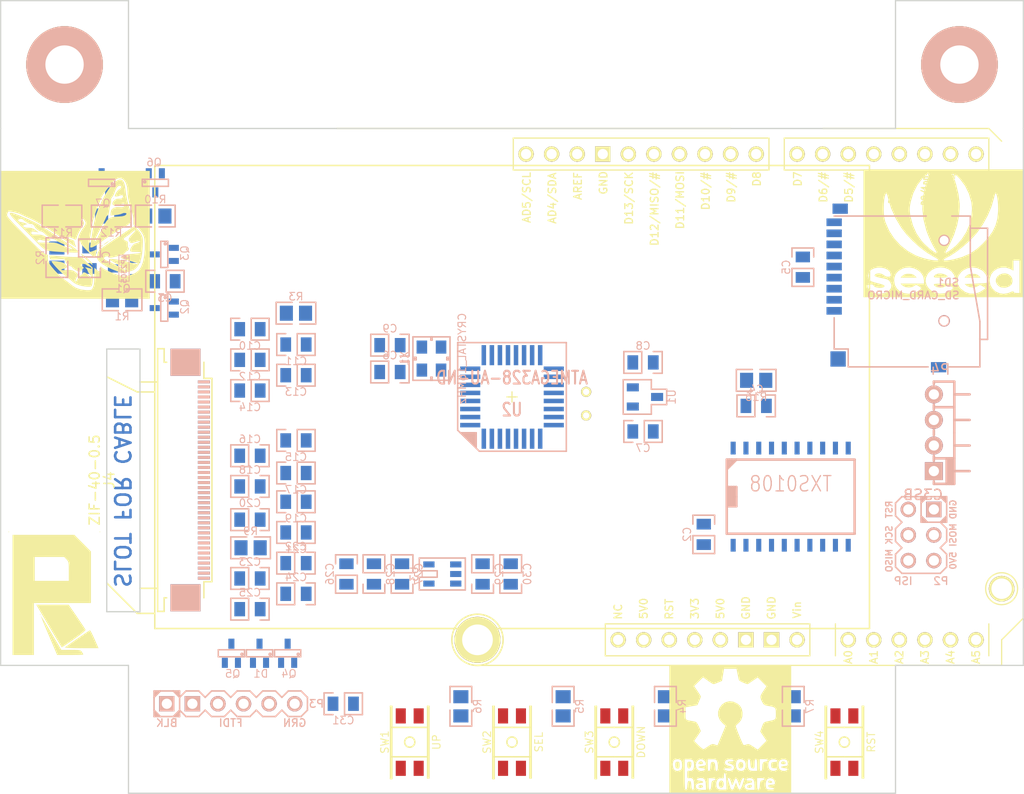
<source format=kicad_pcb>
(kicad_pcb (version 3) (host pcbnew "(2013-03-15 BZR 4003)-stable")
  (layers (15 F.Cu signal) (0 B.Cu signal) (18 B.Paste user) (19 F.Paste user) (20 B.SilkS user) (21 F.SilkS user) (22 B.Mask user) (23 F.Mask user) (28 Edge.Cuts user))
  (net 0 "")
  (net 1 +3.3V)
  (net 2 //EPD_CS)
  (net 3 //RESET)
  (net 4 /AD6)
  (net 5 /AD7)
  (net 6 /BORDER)
  (net 7 /BORDER_CONTROL)
  (net 8 /BUSY)
  (net 9 /BUSY_COG)
  (net 10 /C11M)
  (net 11 /C11P)
  (net 12 /C12M)
  (net 13 /C12P)
  (net 14 /C13M)
  (net 15 /C13P)
  (net 16 /C14M)
  (net 17 /C14P)
  (net 18 /C15M)
  (net 19 /C15P)
  (net 20 /C16M)
  (net 21 /C16P)
  (net 22 /C21M)
  (net 23 /C21P)
  (net 24 /C31M)
  (net 25 /C31P)
  (net 26 /C41M)
  (net 27 /C41P)
  (net 28 /C42M)
  (net 29 /C42P)
  (net 30 /DISCHARGE)
  (net 31 /EPD_CS_COG)
  (net 32 /FLASH_CS)
  (net 33 /FLASH_CS_COG)
  (net 34 /PANEL_ON)
  (net 35 /PWM)
  (net 36 /RESET_COG)
  (net 37 /RST)
  (net 38 /RXD)
  (net 39 /SCL)
  (net 40 /SDA)
  (net 41 /SPI_CLK)
  (net 42 /SPI_CLK_COG)
  (net 43 /SPI_MISO)
  (net 44 /SPI_MISO_COG)
  (net 45 /SPI_MOSI)
  (net 46 /SPI_MOSI_COG)
  (net 47 /TEMPERATURE)
  (net 48 /TXD)
  (net 49 /VCC5V)
  (net 50 /VCC_T)
  (net 51 /VCL)
  (net 52 /VCOM)
  (net 53 /VCOM_DRIVER)
  (net 54 /VDH)
  (net 55 /VDL)
  (net 56 /VGH)
  (net 57 /VGL)
  (net 58 GND)
  (net 59 N-0000011)
  (net 60 N-0000012)
  (net 61 N-0000017)
  (net 62 N-000003)
  (net 63 N-0000033)
  (net 64 N-0000034)
  (net 65 N-0000035)
  (net 66 N-0000037)
  (net 67 N-0000038)
  (net 68 N-000004)
  (net 69 N-000005)
  (net 70 N-0000052)
  (module SOT323 (layer B.Cu) (at 48.3235 100.3935)
    (fp_text reference Q5 (at 0.127 2.032) (layer B.SilkS) (effects (font (size 0.762 0.762) (thickness 0.09906)) (justify mirror)))
    (fp_text value 2N7002KW hide)
    (pad 2 smd rect (at -0.65024 0.94996) (size 0.59944 1.00076) (layers B.Cu B.Paste B.Mask) (net 58 GND))
    (pad 1 smd rect (at 0.65024 0.94996) (size 0.59944 1.00076) (layers B.Cu B.Paste B.Mask) (net 30 /DISCHARGE))
    (pad 3 smd rect (at 0 -0.94996) (size 0.59944 1.00076) (layers B.Cu B.Paste B.Mask) (net 54 /VDH))
  )
  (module SOT323 (layer B.Cu) (at 41.656 66.1035 90)
    (fp_text reference Q2 (at 0.127 2.032 90) (layer B.SilkS) (effects (font (size 0.762 0.762) (thickness 0.09906)) (justify mirror)))
    (fp_text value 2N7002KW hide)
    (pad 2 smd rect (at -0.65024 0.94996 90) (size 0.59944 1.00076) (layers B.Cu B.Paste B.Mask) (net 58 GND))
    (pad 1 smd rect (at 0.65024 0.94996 90) (size 0.59944 1.00076) (layers B.Cu B.Paste B.Mask) (net 34 /PANEL_ON))
    (pad 3 smd rect (at 0 -0.94996 90) (size 0.59944 1.00076) (layers B.Cu B.Paste B.Mask) (net 60 N-0000012))
  )
  (module SOT323 (layer B.Cu) (at 53.9115 100.3935)
    (fp_text reference Q4 (at 0.127 2.032) (layer B.SilkS) (effects (font (size 0.762 0.762) (thickness 0.09906)) (justify mirror)))
    (fp_text value 2N7002KW hide)
    (pad 2 smd rect (at -0.65024 0.94996) (size 0.59944 1.00076) (layers B.Cu B.Paste B.Mask) (net 58 GND))
    (pad 1 smd rect (at 0.65024 0.94996) (size 0.59944 1.00076) (layers B.Cu B.Paste B.Mask) (net 30 /DISCHARGE))
    (pad 3 smd rect (at 0 -0.94996) (size 0.59944 1.00076) (layers B.Cu B.Paste B.Mask) (net 56 /VGH))
  )
  (module SOT323 (layer B.Cu) (at 40.767 53.6575 180)
    (fp_text reference Q6 (at 0.127 2.032 180) (layer B.SilkS) (effects (font (size 0.762 0.762) (thickness 0.09906)) (justify mirror)))
    (fp_text value 2N7002KW hide)
    (pad 2 smd rect (at -0.65024 0.94996 180) (size 0.59944 1.00076) (layers B.Cu B.Paste B.Mask) (net 55 /VDL))
    (pad 1 smd rect (at 0.65024 0.94996 180) (size 0.59944 1.00076) (layers B.Cu B.Paste B.Mask) (net 70 N-0000052))
    (pad 3 smd rect (at 0 -0.94996 180) (size 0.59944 1.00076) (layers B.Cu B.Paste B.Mask) (net 6 /BORDER))
  )
  (module SOT323 (layer B.Cu) (at 51.1175 100.3935)
    (fp_text reference D1 (at 0.127 2.032) (layer B.SilkS) (effects (font (size 0.762 0.762) (thickness 0.09906)) (justify mirror)))
    (fp_text value BAT54SW hide)
    (pad 2 smd rect (at -0.65024 0.94996) (size 0.59944 1.00076) (layers B.Cu B.Paste B.Mask) (net 58 GND))
    (pad 1 smd rect (at 0.65024 0.94996) (size 0.59944 1.00076) (layers B.Cu B.Paste B.Mask) (net 57 /VGL))
    (pad 3 smd rect (at 0 -0.94996) (size 0.59944 1.00076) (layers B.Cu B.Paste B.Mask) (net 68 N-000004))
  )
  (module SOT323 (layer B.Cu) (at 35.433 53.6575)
    (fp_text reference Q7 (at 0.127 2.032) (layer B.SilkS) (effects (font (size 0.762 0.762) (thickness 0.09906)) (justify mirror)))
    (fp_text value BSS84W hide)
    (pad 2 smd rect (at -0.65024 0.94996) (size 0.59944 1.00076) (layers B.Cu B.Paste B.Mask) (net 50 /VCC_T))
    (pad 1 smd rect (at 0.65024 0.94996) (size 0.59944 1.00076) (layers B.Cu B.Paste B.Mask) (net 7 /BORDER_CONTROL))
    (pad 3 smd rect (at 0 -0.94996) (size 0.59944 1.00076) (layers B.Cu B.Paste B.Mask) (net 62 N-000003))
  )
  (module SOT323 (layer B.Cu) (at 41.656 60.7695 90)
    (fp_text reference Q3 (at 0.127 2.032 90) (layer B.SilkS) (effects (font (size 0.762 0.762) (thickness 0.09906)) (justify mirror)))
    (fp_text value BSS84W hide)
    (pad 2 smd rect (at -0.65024 0.94996 90) (size 0.59944 1.00076) (layers B.Cu B.Paste B.Mask) (net 1 +3.3V))
    (pad 1 smd rect (at 0.65024 0.94996 90) (size 0.59944 1.00076) (layers B.Cu B.Paste B.Mask) (net 34 /PANEL_ON))
    (pad 3 smd rect (at 0 -0.94996 90) (size 0.59944 1.00076) (layers B.Cu B.Paste B.Mask) (net 59 N-0000011))
  )
  (module SOT23 (layer B.Cu) (at 37.6555 62.1665 270)
    (fp_text reference Q1 (at 1.99898 0.09906 540) (layer B.SilkS) (effects (font (size 0.762 0.762) (thickness 0.11938)) (justify mirror)))
    (fp_text value AP2305 (at 0.0635 0 270) (layer B.SilkS) (effects (font (size 0.50038 0.50038) (thickness 0.09906)) (justify mirror)))
    (pad 3 smd rect (at 0 1.09982 270) (size 0.8001 1.00076) (layers B.Cu B.Paste B.Mask) (net 50 /VCC_T))
    (pad 2 smd rect (at 0.9525 -1.09982 270) (size 0.8001 1.00076) (layers B.Cu B.Paste B.Mask) (net 1 +3.3V))
    (pad 1 smd rect (at -0.9525 -1.09982 270) (size 0.8001 1.00076) (layers B.Cu B.Paste B.Mask) (net 59 N-0000011))
  )
  (module c_0805 (layer B.Cu) (at 105.0925 62.0395 270)
    (fp_text reference C5 (at 0 1.651 270) (layer B.SilkS) (effects (font (size 0.762 0.762) (thickness 0.1016)) (justify mirror)))
    (fp_text value 0.1u,16V hide)
    (pad 1 smd rect (at 1.016 0 270) (size 1.0668 1.4224) (layers B.Cu B.Paste B.Mask) (net 1 +3.3V))
    (pad 2 smd rect (at -1.016 0 270) (size 1.0668 1.4224) (layers B.Cu B.Paste B.Mask) (net 58 GND))
  )
  (module c_0805 (layer B.Cu) (at 76.073 92.5195 90)
    (fp_text reference C30 (at 0 1.651 90) (layer B.SilkS) (effects (font (size 0.762 0.762) (thickness 0.1016)) (justify mirror)))
    (fp_text value 2.2u,16V hide)
    (pad 1 smd rect (at 1.016 0 90) (size 1.0668 1.4224) (layers B.Cu B.Paste B.Mask) (net 49 /VCC5V))
    (pad 2 smd rect (at -1.016 0 90) (size 1.0668 1.4224) (layers B.Cu B.Paste B.Mask) (net 58 GND))
  )
  (module c_0805 (layer B.Cu) (at 50.165 87.122 180)
    (fp_text reference C20 (at 0 1.651 180) (layer B.SilkS) (effects (font (size 0.762 0.762) (thickness 0.1016)) (justify mirror)))
    (fp_text value 2.2u,16V hide)
    (pad 1 smd rect (at 1.016 0 180) (size 1.0668 1.4224) (layers B.Cu B.Paste B.Mask) (net 10 /C11M))
    (pad 2 smd rect (at -1.016 0 180) (size 1.0668 1.4224) (layers B.Cu B.Paste B.Mask) (net 11 /C11P))
  )
  (module c_0805 (layer B.Cu) (at 54.737 79.248)
    (fp_text reference C15 (at 0 1.651) (layer B.SilkS) (effects (font (size 0.762 0.762) (thickness 0.1016)) (justify mirror)))
    (fp_text value 2.2u,25V hide)
    (pad 1 smd rect (at 1.016 0) (size 1.0668 1.4224) (layers B.Cu B.Paste B.Mask) (net 20 /C16M))
    (pad 2 smd rect (at -1.016 0) (size 1.0668 1.4224) (layers B.Cu B.Paste B.Mask) (net 21 /C16P))
  )
  (module c_0805 (layer B.Cu) (at 50.165 83.82 180)
    (fp_text reference C18 (at 0 1.651 180) (layer B.SilkS) (effects (font (size 0.762 0.762) (thickness 0.1016)) (justify mirror)))
    (fp_text value 2.2u,16V hide)
    (pad 1 smd rect (at 1.016 0 180) (size 1.0668 1.4224) (layers B.Cu B.Paste B.Mask) (net 14 /C13M))
    (pad 2 smd rect (at -1.016 0 180) (size 1.0668 1.4224) (layers B.Cu B.Paste B.Mask) (net 15 /C13P))
  )
  (module c_0805 (layer B.Cu) (at 54.737 82.4865)
    (fp_text reference C17 (at 0 1.651) (layer B.SilkS) (effects (font (size 0.762 0.762) (thickness 0.1016)) (justify mirror)))
    (fp_text value 2.2u,16V hide)
    (pad 1 smd rect (at 1.016 0) (size 1.0668 1.4224) (layers B.Cu B.Paste B.Mask) (net 16 /C14M))
    (pad 2 smd rect (at -1.016 0) (size 1.0668 1.4224) (layers B.Cu B.Paste B.Mask) (net 17 /C14P))
  )
  (module c_0805 (layer B.Cu) (at 50.165 68.199)
    (fp_text reference C10 (at 0 1.651) (layer B.SilkS) (effects (font (size 0.762 0.762) (thickness 0.1016)) (justify mirror)))
    (fp_text value 2.2u,10V hide)
    (pad 1 smd rect (at 1.016 0) (size 1.0668 1.4224) (layers B.Cu B.Paste B.Mask) (net 58 GND))
    (pad 2 smd rect (at -1.016 0) (size 1.0668 1.4224) (layers B.Cu B.Paste B.Mask) (net 51 /VCL))
  )
  (module c_0805 (layer B.Cu) (at 54.737 72.771)
    (fp_text reference C13 (at 0 1.651) (layer B.SilkS) (effects (font (size 0.762 0.762) (thickness 0.1016)) (justify mirror)))
    (fp_text value 2.2u,25V hide)
    (pad 1 smd rect (at 1.016 0) (size 1.0668 1.4224) (layers B.Cu B.Paste B.Mask) (net 24 /C31M))
    (pad 2 smd rect (at -1.016 0) (size 1.0668 1.4224) (layers B.Cu B.Paste B.Mask) (net 25 /C31P))
  )
  (module c_0805 (layer B.Cu) (at 50.165 74.295)
    (fp_text reference C14 (at 0 1.651) (layer B.SilkS) (effects (font (size 0.762 0.762) (thickness 0.1016)) (justify mirror)))
    (fp_text value 2.2u,16V hide)
    (pad 1 smd rect (at 1.016 0) (size 1.0668 1.4224) (layers B.Cu B.Paste B.Mask) (net 22 /C21M))
    (pad 2 smd rect (at -1.016 0) (size 1.0668 1.4224) (layers B.Cu B.Paste B.Mask) (net 23 /C21P))
  )
  (module c_0805 (layer B.Cu) (at 54.737 69.723)
    (fp_text reference C11 (at 0 1.651) (layer B.SilkS) (effects (font (size 0.762 0.762) (thickness 0.1016)) (justify mirror)))
    (fp_text value 2.2u,16V hide)
    (pad 1 smd rect (at 1.016 0) (size 1.0668 1.4224) (layers B.Cu B.Paste B.Mask) (net 29 /C42P))
    (pad 2 smd rect (at -1.016 0) (size 1.0668 1.4224) (layers B.Cu B.Paste B.Mask) (net 28 /C42M))
  )
  (module c_0805 (layer B.Cu) (at 54.737 85.344)
    (fp_text reference C19 (at 0 1.651) (layer B.SilkS) (effects (font (size 0.762 0.762) (thickness 0.1016)) (justify mirror)))
    (fp_text value 2.2u,16V hide)
    (pad 1 smd rect (at 1.016 0) (size 1.0668 1.4224) (layers B.Cu B.Paste B.Mask) (net 12 /C12M))
    (pad 2 smd rect (at -1.016 0) (size 1.0668 1.4224) (layers B.Cu B.Paste B.Mask) (net 13 /C12P))
  )
  (module c_0805 (layer B.Cu) (at 54.737 94.488 180)
    (fp_text reference C24 (at 0 1.651 180) (layer B.SilkS) (effects (font (size 0.762 0.762) (thickness 0.1016)) (justify mirror)))
    (fp_text value 2.2u,16V hide)
    (pad 1 smd rect (at 1.016 0 180) (size 1.0668 1.4224) (layers B.Cu B.Paste B.Mask) (net 54 /VDH))
    (pad 2 smd rect (at -1.016 0 180) (size 1.0668 1.4224) (layers B.Cu B.Paste B.Mask) (net 58 GND))
  )
  (module c_0805 (layer B.Cu) (at 50.165 80.772 180)
    (fp_text reference C16 (at 0 1.651 180) (layer B.SilkS) (effects (font (size 0.762 0.762) (thickness 0.1016)) (justify mirror)))
    (fp_text value 2.2u,25V hide)
    (pad 1 smd rect (at 1.016 0 180) (size 1.0668 1.4224) (layers B.Cu B.Paste B.Mask) (net 18 /C15M))
    (pad 2 smd rect (at -1.016 0 180) (size 1.0668 1.4224) (layers B.Cu B.Paste B.Mask) (net 19 /C15P))
  )
  (module c_0805 (layer B.Cu) (at 54.737 91.44 180)
    (fp_text reference C22 (at 0 1.651 180) (layer B.SilkS) (effects (font (size 0.762 0.762) (thickness 0.1016)) (justify mirror)))
    (fp_text value 2.2u,25V hide)
    (pad 1 smd rect (at 1.016 0 180) (size 1.0668 1.4224) (layers B.Cu B.Paste B.Mask) (net 56 /VGH))
    (pad 2 smd rect (at -1.016 0 180) (size 1.0668 1.4224) (layers B.Cu B.Paste B.Mask) (net 58 GND))
  )
  (module c_0805 (layer B.Cu) (at 89.2175 78.359)
    (fp_text reference C7 (at 0 1.651) (layer B.SilkS) (effects (font (size 0.762 0.762) (thickness 0.1016)) (justify mirror)))
    (fp_text value 1u,16V hide)
    (pad 1 smd rect (at 1.016 0) (size 1.0668 1.4224) (layers B.Cu B.Paste B.Mask) (net 58 GND))
    (pad 2 smd rect (at -1.016 0) (size 1.0668 1.4224) (layers B.Cu B.Paste B.Mask) (net 1 +3.3V))
  )
  (module c_0805 (layer B.Cu) (at 54.737 88.392)
    (fp_text reference C21 (at 0 1.651) (layer B.SilkS) (effects (font (size 0.762 0.762) (thickness 0.1016)) (justify mirror)))
    (fp_text value 1u,10V hide)
    (pad 1 smd rect (at 1.016 0) (size 1.0668 1.4224) (layers B.Cu B.Paste B.Mask) (net 58 GND))
    (pad 2 smd rect (at -1.016 0) (size 1.0668 1.4224) (layers B.Cu B.Paste B.Mask) (net 52 /VCOM))
  )
  (module c_0805 (layer B.Cu) (at 50.165 92.964 180)
    (fp_text reference C23 (at 0 1.651 180) (layer B.SilkS) (effects (font (size 0.762 0.762) (thickness 0.1016)) (justify mirror)))
    (fp_text value 2.2u,25V hide)
    (pad 1 smd rect (at 1.016 0 180) (size 1.0668 1.4224) (layers B.Cu B.Paste B.Mask) (net 57 /VGL))
    (pad 2 smd rect (at -1.016 0 180) (size 1.0668 1.4224) (layers B.Cu B.Paste B.Mask) (net 58 GND))
  )
  (module c_0805 (layer B.Cu) (at 50.165 96.012 180)
    (fp_text reference C25 (at 0 1.651 180) (layer B.SilkS) (effects (font (size 0.762 0.762) (thickness 0.1016)) (justify mirror)))
    (fp_text value 2.2u,16V hide)
    (pad 1 smd rect (at 1.016 0 180) (size 1.0668 1.4224) (layers B.Cu B.Paste B.Mask) (net 55 /VDL))
    (pad 2 smd rect (at -1.016 0 180) (size 1.0668 1.4224) (layers B.Cu B.Paste B.Mask) (net 58 GND))
  )
  (module c_0805 (layer B.Cu) (at 50.165 71.247)
    (fp_text reference C12 (at 0 1.651) (layer B.SilkS) (effects (font (size 0.762 0.762) (thickness 0.1016)) (justify mirror)))
    (fp_text value 2.2u,16V hide)
    (pad 1 smd rect (at 1.016 0) (size 1.0668 1.4224) (layers B.Cu B.Paste B.Mask) (net 27 /C41P))
    (pad 2 smd rect (at -1.016 0) (size 1.0668 1.4224) (layers B.Cu B.Paste B.Mask) (net 26 /C41M))
  )
  (module c_0805 (layer B.Cu) (at 62.484 92.5195 90)
    (fp_text reference C28 (at 0 1.651 90) (layer B.SilkS) (effects (font (size 0.762 0.762) (thickness 0.1016)) (justify mirror)))
    (fp_text value 2.2u,16V hide)
    (pad 1 smd rect (at 1.016 0 90) (size 1.0668 1.4224) (layers B.Cu B.Paste B.Mask) (net 1 +3.3V))
    (pad 2 smd rect (at -1.016 0 90) (size 1.0668 1.4224) (layers B.Cu B.Paste B.Mask) (net 58 GND))
  )
  (module r_0805 (layer B.Cu) (at 37.465 65.278)
    (fp_text reference R1 (at 0 1.651) (layer B.SilkS) (effects (font (size 0.762 0.762) (thickness 0.1016)) (justify mirror)))
    (fp_text value 33k hide)
    (pad 1 smd rect (at 0.9525 0) (size 1.30048 1.4986) (layers B.Cu B.Paste B.Mask) (net 60 N-0000012))
    (pad 2 smd rect (at -0.9525 0) (size 1.30048 1.4986) (layers B.Cu B.Paste B.Mask) (net 59 N-0000011))
  )
  (module r_0805 (layer B.Cu) (at 36.3855 56.9595)
    (fp_text reference R12 (at 0 1.651) (layer B.SilkS) (effects (font (size 0.762 0.762) (thickness 0.1016)) (justify mirror)))
    (fp_text value 100k hide)
    (pad 1 smd rect (at 0.9525 0) (size 1.30048 1.4986) (layers B.Cu B.Paste B.Mask) (net 70 N-0000052))
    (pad 2 smd rect (at -0.9525 0) (size 1.30048 1.4986) (layers B.Cu B.Paste B.Mask) (net 62 N-000003))
  )
  (module r_0805 (layer B.Cu) (at 31.496 56.9595)
    (fp_text reference R11 (at 0 1.651) (layer B.SilkS) (effects (font (size 0.762 0.762) (thickness 0.1016)) (justify mirror)))
    (fp_text value 100k hide)
    (pad 1 smd rect (at 0.9525 0) (size 1.30048 1.4986) (layers B.Cu B.Paste B.Mask) (net 6 /BORDER))
    (pad 2 smd rect (at -0.9525 0) (size 1.30048 1.4986) (layers B.Cu B.Paste B.Mask) (net 52 /VCOM))
  )
  (module r_0805 (layer B.Cu) (at 50.2285 89.916 180)
    (fp_text reference R9 (at 0 1.651 180) (layer B.SilkS) (effects (font (size 0.762 0.762) (thickness 0.1016)) (justify mirror)))
    (fp_text value 2k hide)
    (pad 1 smd rect (at 0.9525 0 180) (size 1.30048 1.4986) (layers B.Cu B.Paste B.Mask) (net 53 /VCOM_DRIVER))
    (pad 2 smd rect (at -0.9525 0 180) (size 1.30048 1.4986) (layers B.Cu B.Paste B.Mask) (net 52 /VCOM))
  )
  (module r_0805 (layer B.Cu) (at 54.737 66.6115 180)
    (fp_text reference R3 (at 0 1.651 180) (layer B.SilkS) (effects (font (size 0.762 0.762) (thickness 0.1016)) (justify mirror)))
    (fp_text value "0R(NC)" hide)
    (pad 1 smd rect (at 0.9525 0 180) (size 1.30048 1.4986) (layers B.Cu B.Paste B.Mask) (net 69 N-000005))
    (pad 2 smd rect (at -0.9525 0 180) (size 1.30048 1.4986) (layers B.Cu B.Paste B.Mask) (net 6 /BORDER))
  )
  (module r_0805 (layer B.Cu) (at 40.767 56.9595 180)
    (fp_text reference R10 (at 0 1.651 180) (layer B.SilkS) (effects (font (size 0.762 0.762) (thickness 0.1016)) (justify mirror)))
    (fp_text value 100k hide)
    (pad 1 smd rect (at 0.9525 0 180) (size 1.30048 1.4986) (layers B.Cu B.Paste B.Mask) (net 70 N-0000052))
    (pad 2 smd rect (at -0.9525 0 180) (size 1.30048 1.4986) (layers B.Cu B.Paste B.Mask) (net 55 /VDL))
  )
  (module r_0805 (layer B.Cu) (at 100.457 73.279)
    (fp_text reference R16 (at 0 1.651) (layer B.SilkS) (effects (font (size 0.762 0.762) (thickness 0.1016)) (justify mirror)))
    (fp_text value 10k hide)
    (pad 1 smd rect (at 0.9525 0) (size 1.30048 1.4986) (layers B.Cu B.Paste B.Mask) (net 58 GND))
    (pad 2 smd rect (at -0.9525 0) (size 1.30048 1.4986) (layers B.Cu B.Paste B.Mask) (net 1 +3.3V))
  )
  (module r_0805 (layer B.Cu) (at 30.988 61.087 270)
    (fp_text reference R2 (at 0 1.651 270) (layer B.SilkS) (effects (font (size 0.762 0.762) (thickness 0.1016)) (justify mirror)))
    (fp_text value 33k hide)
    (pad 1 smd rect (at 0.9525 0 270) (size 1.30048 1.4986) (layers B.Cu B.Paste B.Mask) (net 50 /VCC_T))
    (pad 2 smd rect (at -0.9525 0 270) (size 1.30048 1.4986) (layers B.Cu B.Paste B.Mask) (net 58 GND))
  )
  (module c_0805 (layer B.Cu) (at 59.7535 92.5195 270)
    (fp_text reference C26 (at 0 1.651 270) (layer B.SilkS) (effects (font (size 0.762 0.762) (thickness 0.1016)) (justify mirror)))
    (fp_text value 0.1u,16V hide)
    (pad 1 smd rect (at 1.016 0 270) (size 1.0668 1.4224) (layers B.Cu B.Paste B.Mask) (net 68 N-000004))
    (pad 2 smd rect (at -1.016 0 270) (size 1.0668 1.4224) (layers B.Cu B.Paste B.Mask) (net 35 /PWM))
  )
  (module c_0805 (layer B.Cu) (at 100.457 75.819 180)
    (fp_text reference C4 (at 0 1.651 180) (layer B.SilkS) (effects (font (size 0.762 0.762) (thickness 0.1016)) (justify mirror)))
    (fp_text value 0.1u,16V hide)
    (pad 1 smd rect (at 1.016 0 180) (size 1.0668 1.4224) (layers B.Cu B.Paste B.Mask) (net 1 +3.3V))
    (pad 2 smd rect (at -1.016 0 180) (size 1.0668 1.4224) (layers B.Cu B.Paste B.Mask) (net 58 GND))
  )
  (module c_0805 (layer B.Cu) (at 95.25 88.5825 270)
    (fp_text reference C2 (at 0 1.651 270) (layer B.SilkS) (effects (font (size 0.762 0.762) (thickness 0.1016)) (justify mirror)))
    (fp_text value 0.1u,16V hide)
    (pad 1 smd rect (at 1.016 0 270) (size 1.0668 1.4224) (layers B.Cu B.Paste B.Mask) (net 49 /VCC5V))
    (pad 2 smd rect (at -1.016 0 270) (size 1.0668 1.4224) (layers B.Cu B.Paste B.Mask) (net 58 GND))
  )
  (module c_0805 (layer B.Cu) (at 34.2265 61.1505 90)
    (fp_text reference C1 (at 0 1.651 90) (layer B.SilkS) (effects (font (size 0.762 0.762) (thickness 0.1016)) (justify mirror)))
    (fp_text value 2.2u,16V hide)
    (pad 1 smd rect (at 1.016 0 90) (size 1.0668 1.4224) (layers B.Cu B.Paste B.Mask) (net 58 GND))
    (pad 2 smd rect (at -1.016 0 90) (size 1.0668 1.4224) (layers B.Cu B.Paste B.Mask) (net 50 /VCC_T))
  )
  (module c_0805 (layer B.Cu) (at 89.2175 71.501 180)
    (fp_text reference C8 (at 0 1.651 180) (layer B.SilkS) (effects (font (size 0.762 0.762) (thickness 0.1016)) (justify mirror)))
    (fp_text value 0.1u,16V hide)
    (pad 1 smd rect (at 1.016 0 180) (size 1.0668 1.4224) (layers B.Cu B.Paste B.Mask) (net 47 /TEMPERATURE))
    (pad 2 smd rect (at -1.016 0 180) (size 1.0668 1.4224) (layers B.Cu B.Paste B.Mask) (net 58 GND))
  )
  (module c_0805 (layer B.Cu) (at 73.279 92.5195 90)
    (fp_text reference C29 (at 0 1.651 90) (layer B.SilkS) (effects (font (size 0.762 0.762) (thickness 0.1016)) (justify mirror)))
    (fp_text value 0.1u,16V hide)
    (pad 1 smd rect (at 1.016 0 90) (size 1.0668 1.4224) (layers B.Cu B.Paste B.Mask) (net 49 /VCC5V))
    (pad 2 smd rect (at -1.016 0 90) (size 1.0668 1.4224) (layers B.Cu B.Paste B.Mask) (net 58 GND))
  )
  (module c_0805 (layer B.Cu) (at 41.7195 63.4365)
    (fp_text reference C3 (at 0 1.651) (layer B.SilkS) (effects (font (size 0.762 0.762) (thickness 0.1016)) (justify mirror)))
    (fp_text value 0.1u,16V hide)
    (pad 1 smd rect (at 1.016 0) (size 1.0668 1.4224) (layers B.Cu B.Paste B.Mask) (net 58 GND))
    (pad 2 smd rect (at -1.016 0) (size 1.0668 1.4224) (layers B.Cu B.Paste B.Mask) (net 59 N-0000011))
  )
  (module c_0805 (layer B.Cu) (at 65.278 92.5195 90)
    (fp_text reference C27 (at 0 1.651 90) (layer B.SilkS) (effects (font (size 0.762 0.762) (thickness 0.1016)) (justify mirror)))
    (fp_text value 0.1u,16V hide)
    (pad 1 smd rect (at 1.016 0 90) (size 1.0668 1.4224) (layers B.Cu B.Paste B.Mask) (net 1 +3.3V))
    (pad 2 smd rect (at -1.016 0 90) (size 1.0668 1.4224) (layers B.Cu B.Paste B.Mask) (net 58 GND))
  )
  (module SOT23-5 (layer B.Cu) (at 69.2785 92.5195 270)
    (fp_text reference U3 (at 0 2.794 270) (layer B.SilkS) (effects (font (size 0.762 0.762) (thickness 0.1016)) (justify mirror)))
    (fp_text value TPS77030 hide)
    (pad 1 smd rect (at -0.9525 -1.3335 270) (size 0.59944 1.1176) (layers B.Cu B.Paste B.Mask) (net 49 /VCC5V) (clearance 0.127))
    (pad 3 smd rect (at 0.9525 -1.3335 270) (size 0.59944 1.1176) (layers B.Cu B.Paste B.Mask) (net 58 GND) (clearance 0.127))
    (pad 2 smd rect (at 0 -1.3335 270) (size 0.59944 1.1176) (layers B.Cu B.Paste B.Mask) (net 58 GND) (clearance 0.127))
    (pad 4 smd rect (at 0.9525 1.3335 270) (size 0.59944 1.1176) (layers B.Cu B.Paste B.Mask) (clearance 0.127))
    (pad 5 smd rect (at -0.9525 1.3335 270) (size 0.59944 1.1176) (layers B.Cu B.Paste B.Mask) (net 1 +3.3V) (clearance 0.127))
  )
  (module SOT23-3-Temp (layer B.Cu) (at 89.408 74.93 90)
    (fp_text reference U1 (at 0 2.667 90) (layer B.SilkS) (effects (font (size 0.762 0.762) (thickness 0.1016)) (justify mirror)))
    (fp_text value MCP9700AT-E/TT hide)
    (pad 1 smd rect (at -0.9525 -1.2065 90) (size 0.8001 1.19888) (layers B.Cu B.Paste B.Mask) (net 1 +3.3V))
    (pad 3 smd rect (at 0 1.2065 90) (size 0.8001 1.19888) (layers B.Cu B.Paste B.Mask) (net 58 GND))
    (pad 2 smd rect (at 0.9525 -1.2065 90) (size 0.8001 1.19888) (layers B.Cu B.Paste B.Mask) (net 47 /TEMPERATURE))
  )
  (module SD_Micro (layer B.Cu) (at 108.204 61.976)
    (fp_text reference SD1 (at 11.303 1.5875) (layer B.SilkS) (effects (font (size 0.762 0.762) (thickness 0.127)) (justify mirror)))
    (fp_text value SD_CARD_MICRO (at 7.874 2.8575) (layer B.SilkS) (effects (font (size 0.762 0.762) (thickness 0.127)) (justify mirror)))
    (pad 5 smd rect (at 0 0) (size 1.524 0.762) (layers B.Cu B.Paste B.Mask) (net 42 /SPI_CLK_COG))
    (pad 6 smd rect (at 0 -1.09982) (size 1.524 0.762) (layers B.Cu B.Paste B.Mask) (net 58 GND))
    (pad 7 smd rect (at 0 -2.19964) (size 1.524 0.762) (layers B.Cu B.Paste B.Mask) (net 44 /SPI_MISO_COG))
    (pad 8 smd rect (at 0 -3.29946) (size 1.524 0.762) (layers B.Cu B.Paste B.Mask))
    (pad 9 smd rect (at 0 -4.39928) (size 1.524 0.762) (layers B.Cu B.Paste B.Mask))
    (pad 4 smd rect (at 0 1.09982) (size 1.524 0.762) (layers B.Cu B.Paste B.Mask) (net 1 +3.3V))
    (pad 3 smd rect (at 0 2.19964) (size 1.524 0.762) (layers B.Cu B.Paste B.Mask) (net 46 /SPI_MOSI_COG))
    (pad 2 smd rect (at 0 3.29946) (size 1.524 0.762) (layers B.Cu B.Paste B.Mask) (net 33 /FLASH_CS_COG))
    (pad 1 smd rect (at 0 4.39928) (size 1.524 0.762) (layers B.Cu B.Paste B.Mask))
    (pad G1 smd rect (at 0.59944 -5.74548) (size 1.524 1.016) (layers B.Cu B.Paste B.Mask) (net 58 GND))
    (pad G2 smd rect (at 10.37336 -5.40004) (size 2.032 1.524) (layers B.Cu B.Paste B.Mask) (net 58 GND))
    (pad G3 smd rect (at 10.37336 9.99998) (size 1.524 1.016) (layers B.Cu B.Paste B.Mask) (net 58 GND))
    (pad G4 smd rect (at 0.39116 9.1821) (size 1.524 1.524) (layers B.Cu B.Paste B.Mask) (net 58 GND))
    (pad H1 thru_hole circle (at 10.922 -2.6035) (size 1.143 1.143) (drill 0.889) (layers *.Cu *.Mask B.SilkS))
    (pad H2 thru_hole circle (at 10.922 5.3975) (size 1.143 1.143) (drill 0.889) (layers *.Cu *.Mask B.SilkS))
  )
  (module SO20L (layer B.Cu) (at 103.886 84.836)
    (fp_text reference U4 (at 0 1.27) (layer B.SilkS) (effects (font (size 0.0004 0.0004) (thickness 0.127)) (justify mirror)))
    (fp_text value TXS0108 (at 0 -1.27) (layer B.SilkS) (effects (font (size 1.524 1.27) (thickness 0.127)) (justify mirror)))
    (pad 11 smd rect (at 5.715 4.826) (size 0.508 1.27) (layers B.Cu B.Paste B.Mask) (net 58 GND))
    (pad 12 smd rect (at 4.445 4.826) (size 0.508 1.27) (layers B.Cu B.Paste B.Mask))
    (pad 13 smd rect (at 3.175 4.826) (size 0.508 1.27) (layers B.Cu B.Paste B.Mask) (net 3 //RESET))
    (pad 14 smd rect (at 1.905 4.826) (size 0.508 1.27) (layers B.Cu B.Paste B.Mask) (net 8 /BUSY))
    (pad 15 smd rect (at 0.635 4.826) (size 0.508 1.27) (layers B.Cu B.Paste B.Mask) (net 2 //EPD_CS))
    (pad 16 smd rect (at -0.635 4.826) (size 0.508 1.27) (layers B.Cu B.Paste B.Mask) (net 32 /FLASH_CS))
    (pad 17 smd rect (at -1.905 4.826) (size 0.508 1.27) (layers B.Cu B.Paste B.Mask) (net 45 /SPI_MOSI))
    (pad 18 smd rect (at -3.175 4.826) (size 0.508 1.27) (layers B.Cu B.Paste B.Mask) (net 43 /SPI_MISO))
    (pad 19 smd rect (at -4.445 4.826) (size 0.508 1.27) (layers B.Cu B.Paste B.Mask) (net 49 /VCC5V))
    (pad 20 smd rect (at -5.715 4.826) (size 0.508 1.27) (layers B.Cu B.Paste B.Mask) (net 41 /SPI_CLK))
    (pad 1 smd rect (at -5.715 -4.826) (size 0.508 1.27) (layers B.Cu B.Paste B.Mask) (net 42 /SPI_CLK_COG))
    (pad 2 smd rect (at -4.445 -4.826) (size 0.508 1.27) (layers B.Cu B.Paste B.Mask) (net 1 +3.3V))
    (pad 3 smd rect (at -3.175 -4.826) (size 0.508 1.27) (layers B.Cu B.Paste B.Mask) (net 44 /SPI_MISO_COG))
    (pad 4 smd rect (at -1.905 -4.826) (size 0.508 1.27) (layers B.Cu B.Paste B.Mask) (net 46 /SPI_MOSI_COG))
    (pad 5 smd rect (at -0.635 -4.826) (size 0.508 1.27) (layers B.Cu B.Paste B.Mask) (net 33 /FLASH_CS_COG))
    (pad 6 smd rect (at 0.635 -4.826) (size 0.508 1.27) (layers B.Cu B.Paste B.Mask) (net 31 /EPD_CS_COG))
    (pad 7 smd rect (at 1.905 -4.826) (size 0.508 1.27) (layers B.Cu B.Paste B.Mask) (net 9 /BUSY_COG))
    (pad 8 smd rect (at 3.175 -4.826) (size 0.508 1.27) (layers B.Cu B.Paste B.Mask) (net 36 /RESET_COG))
    (pad 9 smd rect (at 4.445 -4.826) (size 0.508 1.27) (layers B.Cu B.Paste B.Mask))
    (pad 10 smd rect (at 5.715 -4.826) (size 0.508 1.27) (layers B.Cu B.Paste B.Mask) (net 1 +3.3V))
  )
  (module r_0805 (layer B.Cu) (at 91.44 105.664 90)
    (fp_text reference R4 (at 0 1.651 90) (layer B.SilkS) (effects (font (size 0.762 0.762) (thickness 0.1016)) (justify mirror)))
    (fp_text value 10k hide)
    (pad 1 smd rect (at 0.9525 0 90) (size 1.30048 1.4986) (layers B.Cu B.Paste B.Mask) (net 64 N-0000034))
    (pad 2 smd rect (at -0.9525 0 90) (size 1.30048 1.4986) (layers B.Cu B.Paste B.Mask) (net 49 /VCC5V))
  )
  (module r_0805 (layer B.Cu) (at 81.28 105.664 90)
    (fp_text reference R5 (at 0 1.651 90) (layer B.SilkS) (effects (font (size 0.762 0.762) (thickness 0.1016)) (justify mirror)))
    (fp_text value 10k hide)
    (pad 1 smd rect (at 0.9525 0 90) (size 1.30048 1.4986) (layers B.Cu B.Paste B.Mask) (net 63 N-0000033))
    (pad 2 smd rect (at -0.9525 0 90) (size 1.30048 1.4986) (layers B.Cu B.Paste B.Mask) (net 49 /VCC5V))
  )
  (module r_0805 (layer B.Cu) (at 71.12 105.664 90)
    (fp_text reference R6 (at 0 1.651 90) (layer B.SilkS) (effects (font (size 0.762 0.762) (thickness 0.1016)) (justify mirror)))
    (fp_text value 10k hide)
    (pad 1 smd rect (at 0.9525 0 90) (size 1.30048 1.4986) (layers B.Cu B.Paste B.Mask) (net 65 N-0000035))
    (pad 2 smd rect (at -0.9525 0 90) (size 1.30048 1.4986) (layers B.Cu B.Paste B.Mask) (net 49 /VCC5V))
  )
  (module SW_SMD (layer F.Cu) (at 86.36 109.22 90)
    (fp_text reference SW3 (at 0 -2.4765 90) (layer F.SilkS) (effects (font (size 0.762 0.762) (thickness 0.1016))))
    (fp_text value DOWN (at 0 2.667 90) (layer F.SilkS) (effects (font (size 0.762 0.762) (thickness 0.1016))))
    (pad 1 smd rect (at -2.6035 0.889 90) (size 1.50114 1.00076) (layers F.Cu F.Paste F.Mask) (net 64 N-0000034))
    (pad 1 smd rect (at 2.6035 0.889 90) (size 1.50114 1.00076) (layers F.Cu F.Paste F.Mask) (net 64 N-0000034))
    (pad 2 smd rect (at 2.6035 -0.889 90) (size 1.50114 1.00076) (layers F.Cu F.Paste F.Mask) (net 58 GND))
    (pad 2 smd rect (at -2.6035 -0.889 90) (size 1.50114 1.00076) (layers F.Cu F.Paste F.Mask) (net 58 GND))
  )
  (module SW_SMD (layer F.Cu) (at 76.2 109.22 90)
    (fp_text reference SW2 (at 0 -2.4765 90) (layer F.SilkS) (effects (font (size 0.762 0.762) (thickness 0.1016))))
    (fp_text value SEL (at 0 2.667 90) (layer F.SilkS) (effects (font (size 0.762 0.762) (thickness 0.1016))))
    (pad 1 smd rect (at -2.6035 0.889 90) (size 1.50114 1.00076) (layers F.Cu F.Paste F.Mask) (net 63 N-0000033))
    (pad 1 smd rect (at 2.6035 0.889 90) (size 1.50114 1.00076) (layers F.Cu F.Paste F.Mask) (net 63 N-0000033))
    (pad 2 smd rect (at 2.6035 -0.889 90) (size 1.50114 1.00076) (layers F.Cu F.Paste F.Mask) (net 58 GND))
    (pad 2 smd rect (at -2.6035 -0.889 90) (size 1.50114 1.00076) (layers F.Cu F.Paste F.Mask) (net 58 GND))
  )
  (module SW_SMD (layer F.Cu) (at 66.04 109.22 90)
    (fp_text reference SW1 (at 0 -2.4765 90) (layer F.SilkS) (effects (font (size 0.762 0.762) (thickness 0.1016))))
    (fp_text value UP (at 0 2.667 90) (layer F.SilkS) (effects (font (size 0.762 0.762) (thickness 0.1016))))
    (pad 1 smd rect (at -2.6035 0.889 90) (size 1.50114 1.00076) (layers F.Cu F.Paste F.Mask) (net 65 N-0000035))
    (pad 1 smd rect (at 2.6035 0.889 90) (size 1.50114 1.00076) (layers F.Cu F.Paste F.Mask) (net 65 N-0000035))
    (pad 2 smd rect (at 2.6035 -0.889 90) (size 1.50114 1.00076) (layers F.Cu F.Paste F.Mask) (net 58 GND))
    (pad 2 smd rect (at -2.6035 -0.889 90) (size 1.50114 1.00076) (layers F.Cu F.Paste F.Mask) (net 58 GND))
  )
  (module SW_SMD (layer F.Cu) (at 109.22 109.22 90)
    (fp_text reference SW4 (at 0 -2.4765 90) (layer F.SilkS) (effects (font (size 0.762 0.762) (thickness 0.1016))))
    (fp_text value RST (at 0 2.667 90) (layer F.SilkS) (effects (font (size 0.762 0.762) (thickness 0.1016))))
    (pad 1 smd rect (at -2.6035 0.889 90) (size 1.50114 1.00076) (layers F.Cu F.Paste F.Mask) (net 58 GND))
    (pad 1 smd rect (at 2.6035 0.889 90) (size 1.50114 1.00076) (layers F.Cu F.Paste F.Mask) (net 58 GND))
    (pad 2 smd rect (at 2.6035 -0.889 90) (size 1.50114 1.00076) (layers F.Cu F.Paste F.Mask) (net 37 /RST))
    (pad 2 smd rect (at -2.6035 -0.889 90) (size 1.50114 1.00076) (layers F.Cu F.Paste F.Mask) (net 37 /RST))
  )
  (module r_0805 (layer B.Cu) (at 104.14 105.664 90)
    (fp_text reference R7 (at 0 1.651 90) (layer B.SilkS) (effects (font (size 0.762 0.762) (thickness 0.1016)) (justify mirror)))
    (fp_text value 10k hide)
    (pad 1 smd rect (at 0.9525 0 90) (size 1.30048 1.4986) (layers B.Cu B.Paste B.Mask) (net 37 /RST))
    (pad 2 smd rect (at -0.9525 0 90) (size 1.30048 1.4986) (layers B.Cu B.Paste B.Mask) (net 49 /VCC5V))
  )
  (module I/O (layer F.Cu) (at 83.566 74.422)
    (fp_text reference B1 hide)
    (fp_text value I/O hide)
    (pad 1 thru_hole circle (at 0 0) (size 1.016 1.016) (drill 0.635) (layers *.Cu *.Mask F.SilkS) (net 4 /AD6))
  )
  (module I/O (layer F.Cu) (at 83.566 76.7715)
    (fp_text reference B2 hide)
    (fp_text value I/O hide)
    (pad 1 thru_hole circle (at 0 0) (size 1.016 1.016) (drill 0.635) (layers *.Cu *.Mask F.SilkS) (net 5 /AD7))
  )
  (module Header_ISP (layer B.Cu) (at 116.84 88.646 90)
    (fp_text reference P2 (at -4.572 1.9685 360) (layer B.SilkS) (effects (font (size 0.762 0.762) (thickness 0.127)) (justify mirror)))
    (fp_text value ISP (at -4.572 -1.778 360) (layer B.SilkS) (effects (font (size 0.762 0.762) (thickness 0.127)) (justify mirror)))
    (fp_text user RST (at 2.54 -3.175 90) (layer B.SilkS) (effects (font (size 0.635 0.635) (thickness 0.127)) (justify mirror)))
    (fp_text user SCK (at 0 -3.175 90) (layer B.SilkS) (effects (font (size 0.635 0.635) (thickness 0.127)) (justify mirror)))
    (fp_text user MISO (at -2.54 -3.175 90) (layer B.SilkS) (effects (font (size 0.635 0.635) (thickness 0.127)) (justify mirror)))
    (fp_text user GND (at 2.54 3.175 90) (layer B.SilkS) (effects (font (size 0.635 0.635) (thickness 0.127)) (justify mirror)))
    (fp_text user MOSI (at 0 3.175 90) (layer B.SilkS) (effects (font (size 0.635 0.635) (thickness 0.127)) (justify mirror)))
    (fp_text user 5V0 (at -2.54 3.175 90) (layer B.SilkS) (effects (font (size 0.635 0.635) (thickness 0.127)) (justify mirror)))
    (pad 1 thru_hole circle (at -2.54 -1.27 90) (size 1.524 1.524) (drill 1.016) (layers *.Cu *.Mask B.SilkS) (net 43 /SPI_MISO))
    (pad 2 thru_hole circle (at -2.54 1.27 90) (size 1.524 1.524) (drill 1.016) (layers *.Cu *.Mask B.SilkS) (net 49 /VCC5V))
    (pad 3 thru_hole circle (at 0 -1.27 90) (size 1.524 1.524) (drill 1.016) (layers *.Cu *.Mask B.SilkS) (net 41 /SPI_CLK))
    (pad 4 thru_hole circle (at 0 1.27 90) (size 1.524 1.524) (drill 1.016) (layers *.Cu *.Mask B.SilkS) (net 45 /SPI_MOSI))
    (pad 5 thru_hole circle (at 2.54 -1.27 90) (size 1.524 1.524) (drill 1.016) (layers *.Cu *.Mask B.SilkS) (net 37 /RST))
    (pad 6 thru_hole rect (at 2.54 1.27 90) (size 1.524 1.524) (drill 1.016) (layers *.Cu *.Mask B.SilkS) (net 58 GND))
  )
  (module Header_FTDI (layer B.Cu) (at 48.26 105.41)
    (fp_text reference P3 (at 8.509 0) (layer B.SilkS) (effects (font (size 0.762 0.762) (thickness 0.127)) (justify mirror)))
    (fp_text value FTDI (at 0 1.905) (layer B.SilkS) (effects (font (size 0.762 0.762) (thickness 0.127)) (justify mirror)))
    (fp_text user GRN (at 6.35 1.905) (layer B.SilkS) (effects (font (size 0.762 0.762) (thickness 0.127)) (justify mirror)))
    (fp_text user BLK (at -6.35 1.905) (layer B.SilkS) (effects (font (size 0.762 0.762) (thickness 0.127)) (justify mirror)))
    (pad 1 thru_hole rect (at -6.35 0) (size 1.524 1.524) (drill 1.016) (layers *.Cu *.Mask B.SilkS) (net 58 GND))
    (pad 2 thru_hole rect (at -3.81 0) (size 1.524 1.524) (drill 1.016) (layers *.Cu *.Mask B.SilkS) (net 58 GND))
    (pad 3 thru_hole circle (at -1.27 0) (size 1.524 1.524) (drill 1.016) (layers *.Cu *.Mask B.SilkS) (net 49 /VCC5V))
    (pad 4 thru_hole circle (at 1.27 0) (size 1.524 1.524) (drill 1.016) (layers *.Cu *.Mask B.SilkS) (net 38 /RXD))
    (pad 5 thru_hole circle (at 3.81 0) (size 1.524 1.524) (drill 1.016) (layers *.Cu *.Mask B.SilkS) (net 48 /TXD))
    (pad 6 thru_hole circle (at 6.35 0) (size 1.524 1.524) (drill 1.016) (layers *.Cu *.Mask B.SilkS) (net 61 N-0000017))
  )
  (module c_0805 (layer B.Cu) (at 64.0715 72.4535 180)
    (fp_text reference C6 (at 0 1.651 180) (layer B.SilkS) (effects (font (size 0.762 0.762) (thickness 0.1016)) (justify mirror)))
    (fp_text value 22pF hide)
    (pad 1 smd rect (at 1.016 0 180) (size 1.0668 1.4224) (layers B.Cu B.Paste B.Mask) (net 58 GND))
    (pad 2 smd rect (at -1.016 0 180) (size 1.0668 1.4224) (layers B.Cu B.Paste B.Mask) (net 66 N-0000037))
  )
  (module c_0805 (layer B.Cu) (at 64.0715 69.7865 180)
    (fp_text reference C9 (at 0 1.651 180) (layer B.SilkS) (effects (font (size 0.762 0.762) (thickness 0.1016)) (justify mirror)))
    (fp_text value 22pF hide)
    (pad 1 smd rect (at 1.016 0 180) (size 1.0668 1.4224) (layers B.Cu B.Paste B.Mask) (net 58 GND))
    (pad 2 smd rect (at -1.016 0 180) (size 1.0668 1.4224) (layers B.Cu B.Paste B.Mask) (net 67 N-0000038))
  )
  (module c_0805 (layer B.Cu) (at 59.436 105.41)
    (fp_text reference C31 (at 0 1.651) (layer B.SilkS) (effects (font (size 0.762 0.762) (thickness 0.1016)) (justify mirror)))
    (fp_text value 0.1u,16V hide)
    (pad 1 smd rect (at 1.016 0) (size 1.0668 1.4224) (layers B.Cu B.Paste B.Mask) (net 37 /RST))
    (pad 2 smd rect (at -1.016 0) (size 1.0668 1.4224) (layers B.Cu B.Paste B.Mask) (net 61 N-0000017))
  )
  (module Xtal_SMD2 (layer B.Cu) (at 68.199 71.12 270)
    (fp_text reference X1 (at 0 2.667 270) (layer B.SilkS) (effects (font (size 0.762 0.762) (thickness 0.1016)) (justify mirror)))
    (fp_text value CRYSTAL_16MHz (at 0 -3.048 270) (layer B.SilkS) (effects (font (size 0.762 0.762) (thickness 0.1016)) (justify mirror)))
    (pad 1 smd rect (at -1.143 -0.9525 270) (size 1.30048 1.04902) (layers B.Cu B.Paste B.Mask) (net 67 N-0000038))
    (pad 2 smd rect (at 1.143 0.9525 270) (size 1.30048 1.04902) (layers B.Cu B.Paste B.Mask) (net 66 N-0000037))
    (pad 1 smd rect (at -1.143 0.9525 270) (size 1.30048 1.04902) (layers B.Cu B.Paste B.Mask) (net 67 N-0000038))
    (pad 2 smd rect (at 1.143 -0.9525 270) (size 1.30048 1.04902) (layers B.Cu B.Paste B.Mask) (net 66 N-0000037))
  )
  (module TQFP32 (layer B.Cu) (at 76.2 74.93)
    (fp_text reference U2 (at 0 1.27) (layer B.SilkS) (effects (font (size 1.27 1.016) (thickness 0.2032)) (justify mirror)))
    (fp_text value ATMEGA328-AU-ND (at 0 -1.905) (layer B.SilkS) (effects (font (size 1.27 1.016) (thickness 0.2032)) (justify mirror)))
    (pad 8 smd rect (at -4.15036 -2.79908) (size 1.99898 0.44958) (layers B.Cu B.Paste B.Mask) (net 67 N-0000038) (clearance 0.127))
    (pad 7 smd rect (at -4.15036 -1.99898) (size 1.99898 0.44958) (layers B.Cu B.Paste B.Mask) (net 66 N-0000037) (clearance 0.14986))
    (pad 6 smd rect (at -4.15036 -1.19888) (size 1.99898 0.44958) (layers B.Cu B.Paste B.Mask) (net 49 /VCC5V) (clearance 0.14986))
    (pad 5 smd rect (at -4.15036 -0.39878) (size 1.99898 0.44958) (layers B.Cu B.Paste B.Mask) (net 58 GND) (clearance 0.14986))
    (pad 4 smd rect (at -4.15036 0.39878) (size 1.99898 0.44958) (layers B.Cu B.Paste B.Mask) (net 49 /VCC5V) (clearance 0.14986))
    (pad 3 smd rect (at -4.15036 1.19888) (size 1.99898 0.44958) (layers B.Cu B.Paste B.Mask) (net 58 GND) (clearance 0.14986))
    (pad 2 smd rect (at -4.15036 1.99898) (size 1.99898 0.44958) (layers B.Cu B.Paste B.Mask) (net 30 /DISCHARGE) (clearance 0.14986))
    (pad 1 smd rect (at -4.15036 2.79908) (size 1.99898 0.44958) (layers B.Cu B.Paste B.Mask) (net 7 /BORDER_CONTROL) (clearance 0.127))
    (pad 24 smd rect (at 4.15036 2.79908) (size 1.99898 0.44958) (layers B.Cu B.Paste B.Mask) (net 65 N-0000035) (clearance 0.127))
    (pad 17 smd rect (at 4.15036 -2.79908) (size 1.99898 0.44958) (layers B.Cu B.Paste B.Mask) (net 41 /SPI_CLK) (clearance 0.127))
    (pad 18 smd rect (at 4.15036 -1.99898) (size 1.99898 0.44958) (layers B.Cu B.Paste B.Mask) (net 49 /VCC5V) (clearance 0.14986))
    (pad 19 smd rect (at 4.15036 -1.19888) (size 1.99898 0.44958) (layers B.Cu B.Paste B.Mask) (net 4 /AD6) (clearance 0.14986))
    (pad 20 smd rect (at 4.15036 -0.39878) (size 1.99898 0.44958) (layers B.Cu B.Paste B.Mask) (net 1 +3.3V) (clearance 0.14986))
    (pad 21 smd rect (at 4.15036 0.39878) (size 1.99898 0.44958) (layers B.Cu B.Paste B.Mask) (net 58 GND) (clearance 0.14986))
    (pad 22 smd rect (at 4.15036 1.19888) (size 1.99898 0.44958) (layers B.Cu B.Paste B.Mask) (net 5 /AD7) (clearance 0.14986))
    (pad 23 smd rect (at 4.15036 1.99898) (size 1.99898 0.44958) (layers B.Cu B.Paste B.Mask) (net 47 /TEMPERATURE) (clearance 0.14986))
    (pad 32 smd rect (at -2.79908 4.15036 270) (size 1.99898 0.44958) (layers B.Cu B.Paste B.Mask) (net 34 /PANEL_ON) (clearance 0.127))
    (pad 31 smd rect (at -1.99898 4.15036 270) (size 1.99898 0.44958) (layers B.Cu B.Paste B.Mask) (net 38 /RXD) (clearance 0.14986))
    (pad 30 smd rect (at -1.19888 4.15036 270) (size 1.99898 0.44958) (layers B.Cu B.Paste B.Mask) (net 48 /TXD) (clearance 0.14986))
    (pad 29 smd rect (at -0.39878 4.15036 270) (size 1.99898 0.44958) (layers B.Cu B.Paste B.Mask) (net 37 /RST) (clearance 0.14986))
    (pad 28 smd rect (at 0.39878 4.15036 270) (size 1.99898 0.44958) (layers B.Cu B.Paste B.Mask) (net 39 /SCL) (clearance 0.14986))
    (pad 27 smd rect (at 1.19888 4.15036 270) (size 1.99898 0.44958) (layers B.Cu B.Paste B.Mask) (net 40 /SDA) (clearance 0.14986))
    (pad 26 smd rect (at 1.99898 4.15036 270) (size 1.99898 0.44958) (layers B.Cu B.Paste B.Mask) (net 64 N-0000034) (clearance 0.14986))
    (pad 25 smd rect (at 2.79908 4.15036 270) (size 1.99898 0.44958) (layers B.Cu B.Paste B.Mask) (net 63 N-0000033) (clearance 0.127))
    (pad 9 smd rect (at -2.79908 -4.15036 270) (size 1.99898 0.44958) (layers B.Cu B.Paste B.Mask) (net 35 /PWM) (clearance 0.127))
    (pad 10 smd rect (at -1.99898 -4.15036 270) (size 1.99898 0.44958) (layers B.Cu B.Paste B.Mask) (net 3 //RESET) (clearance 0.14986))
    (pad 11 smd rect (at -1.19888 -4.15036 270) (size 1.99898 0.44958) (layers B.Cu B.Paste B.Mask) (net 8 /BUSY) (clearance 0.14986))
    (pad 12 smd rect (at -0.39878 -4.15036 270) (size 1.99898 0.44958) (layers B.Cu B.Paste B.Mask) (net 2 //EPD_CS) (clearance 0.14986))
    (pad 13 smd rect (at 0.39878 -4.15036 270) (size 1.99898 0.44958) (layers B.Cu B.Paste B.Mask) (net 32 /FLASH_CS) (clearance 0.14986))
    (pad 14 smd rect (at 1.19888 -4.15036 270) (size 1.99898 0.44958) (layers B.Cu B.Paste B.Mask) (clearance 0.14986))
    (pad 15 smd rect (at 1.99898 -4.15036 270) (size 1.99898 0.44958) (layers B.Cu B.Paste B.Mask) (net 45 /SPI_MOSI) (clearance 0.14986))
    (pad 16 smd rect (at 2.79908 -4.15036 270) (size 1.99898 0.44958) (layers B.Cu B.Paste B.Mask) (net 43 /SPI_MISO) (clearance 0.127))
  )
  (module ARDUINO_SHIELD_2_040pins (layer F.Cu) (at 58.801 101.6)
    (fp_text reference SHIELD1 hide)
    (fp_text value ARDUINO_SHIELD hide)
    (fp_text user "#" (at 56.3245 -48.5775 90) (layer F.SilkS) (effects (font (size 0.762 0.762) (thickness 0.127))))
    (fp_text user D0/RXD (at 63.5635 -47.498 90) (layer F.SilkS) (effects (font (size 0.762 0.508) (thickness 0.127))))
    (fp_text user D1/TXD (at 61.0235 -47.5615 90) (layer F.SilkS) (effects (font (size 0.762 0.508) (thickness 0.127))))
    (fp_text user D2/1pps (at 58.4835 -47.371 90) (layer F.SilkS) (effects (font (size 0.762 0.508) (thickness 0.127))))
    (fp_text user D3/SQW (at 55.245 -47.4345 90) (layer F.SilkS) (effects (font (size 0.762 0.508) (thickness 0.127))))
    (fp_text user D4 (at 53.467 -48.3235 90) (layer F.SilkS) (effects (font (size 0.762 0.762) (thickness 0.127))))
    (fp_text user D5/# (at 50.8635 -47.498 90) (layer F.SilkS) (effects (font (size 0.762 0.762) (thickness 0.127))))
    (fp_text user D6/# (at 48.3235 -47.498 90) (layer F.SilkS) (effects (font (size 0.762 0.762) (thickness 0.127))))
    (fp_text user D7 (at 45.7835 -48.3235 90) (layer F.SilkS) (effects (font (size 0.762 0.762) (thickness 0.127))))
    (fp_text user D8 (at 41.7195 -48.3235 90) (layer F.SilkS) (effects (font (size 0.762 0.762) (thickness 0.127))))
    (fp_text user D9/# (at 39.1795 -47.498 90) (layer F.SilkS) (effects (font (size 0.762 0.762) (thickness 0.127))))
    (fp_text user D10/# (at 36.6395 -47.117 90) (layer F.SilkS) (effects (font (size 0.762 0.762) (thickness 0.127))))
    (fp_text user D11/MOSI (at 34.0995 -46.228 90) (layer F.SilkS) (effects (font (size 0.762 0.762) (thickness 0.127))))
    (fp_text user D12/MISO/# (at 31.5595 -45.339 90) (layer F.SilkS) (effects (font (size 0.762 0.762) (thickness 0.127))))
    (fp_text user D13/SCK (at 29.0195 -46.4185 90) (layer F.SilkS) (effects (font (size 0.762 0.762) (thickness 0.127))))
    (fp_text user GND (at 26.4795 -47.9425 90) (layer F.SilkS) (effects (font (size 0.762 0.762) (thickness 0.127))))
    (fp_text user AREF (at 23.9395 -47.625 90) (layer F.SilkS) (effects (font (size 0.762 0.762) (thickness 0.127))))
    (fp_text user AD4/SDA (at 21.3995 -46.4185 90) (layer F.SilkS) (effects (font (size 0.762 0.762) (thickness 0.127))))
    (fp_text user AD5/SCL (at 18.8595 -46.482 90) (layer F.SilkS) (effects (font (size 0.762 0.762) (thickness 0.127))))
    (fp_text user A5 (at 63.5 -0.8255 90) (layer F.SilkS) (effects (font (size 0.762 0.762) (thickness 0.127))))
    (fp_text user A4 (at 60.96 -0.8255 90) (layer F.SilkS) (effects (font (size 0.762 0.762) (thickness 0.127))))
    (fp_text user A3 (at 58.42 -0.8255 90) (layer F.SilkS) (effects (font (size 0.762 0.762) (thickness 0.127))))
    (fp_text user A2 (at 55.88 -0.8255 90) (layer F.SilkS) (effects (font (size 0.762 0.762) (thickness 0.127))))
    (fp_text user A1 (at 53.34 -0.8255 90) (layer F.SilkS) (effects (font (size 0.762 0.762) (thickness 0.127))))
    (fp_text user A0 (at 50.8 -0.8255 90) (layer F.SilkS) (effects (font (size 0.762 0.762) (thickness 0.127))))
    (fp_text user Vin (at 45.72 -5.5245 90) (layer F.SilkS) (effects (font (size 0.762 0.762) (thickness 0.127))))
    (fp_text user GND (at 43.18 -5.715 90) (layer F.SilkS) (effects (font (size 0.762 0.762) (thickness 0.127))))
    (fp_text user GND (at 40.64 -5.715 90) (layer F.SilkS) (effects (font (size 0.762 0.762) (thickness 0.127))))
    (fp_text user 5V0 (at 38.1 -5.6515 90) (layer F.SilkS) (effects (font (size 0.762 0.762) (thickness 0.127))))
    (fp_text user 3V3 (at 35.56 -5.6515 90) (layer F.SilkS) (effects (font (size 0.762 0.762) (thickness 0.127))))
    (fp_text user RST (at 33.02 -5.588 90) (layer F.SilkS) (effects (font (size 0.762 0.762) (thickness 0.127))))
    (fp_text user 5V0 (at 30.48 -5.6515 90) (layer F.SilkS) (effects (font (size 0.762 0.762) (thickness 0.127))))
    (fp_text user NC (at 27.94 -5.334 90) (layer F.SilkS) (effects (font (size 0.762 0.762) (thickness 0.127))))
    (pad AD5 thru_hole circle (at 63.5 -2.54) (size 1.524 1.524) (drill 1.016) (layers *.Cu *.Mask F.SilkS) (net 39 /SCL))
    (pad AD4 thru_hole circle (at 60.96 -2.54) (size 1.524 1.524) (drill 1.016) (layers *.Cu *.Mask F.SilkS) (net 40 /SDA))
    (pad AD3 thru_hole circle (at 58.42 -2.54) (size 1.524 1.524) (drill 1.016) (layers *.Cu *.Mask F.SilkS))
    (pad AD0 thru_hole circle (at 50.8 -2.54) (size 1.524 1.524) (drill 1.016) (layers *.Cu *.Mask F.SilkS))
    (pad AD1 thru_hole circle (at 53.34 -2.54) (size 1.524 1.524) (drill 1.016) (layers *.Cu *.Mask F.SilkS))
    (pad AD2 thru_hole circle (at 55.88 -2.54) (size 1.524 1.524) (drill 1.016) (layers *.Cu *.Mask F.SilkS))
    (pad V_IN thru_hole circle (at 45.72 -2.54) (size 1.524 1.524) (drill 1.016) (layers *.Cu *.Mask F.SilkS))
    (pad GND2 thru_hole rect (at 43.18 -2.54 90) (size 1.524 1.524) (drill 1.016) (layers *.Cu *.Mask F.SilkS) (net 58 GND))
    (pad GND1 thru_hole rect (at 40.64 -2.54 90) (size 1.524 1.524) (drill 1.016) (layers *.Cu *.Mask F.SilkS) (net 58 GND))
    (pad 3V3 thru_hole circle (at 35.56 -2.54) (size 1.524 1.524) (drill 1.016) (layers *.Cu *.Mask F.SilkS))
    (pad RST thru_hole circle (at 33.02 -2.54) (size 1.524 1.524) (drill 1.016) (layers *.Cu *.Mask F.SilkS))
    (pad 0 thru_hole circle (at 63.5 -50.8) (size 1.524 1.524) (drill 1.016) (layers *.Cu *.Mask F.SilkS) (net 38 /RXD))
    (pad 1 thru_hole circle (at 60.96 -50.8) (size 1.524 1.524) (drill 1.016) (layers *.Cu *.Mask F.SilkS) (net 48 /TXD))
    (pad 2 thru_hole circle (at 58.42 -50.8) (size 1.524 1.524) (drill 1.016) (layers *.Cu *.Mask F.SilkS))
    (pad 3 thru_hole circle (at 55.88 -50.8) (size 1.524 1.524) (drill 1.016) (layers *.Cu *.Mask F.SilkS))
    (pad 4 thru_hole circle (at 53.34 -50.8) (size 1.524 1.524) (drill 1.016) (layers *.Cu *.Mask F.SilkS))
    (pad 5 thru_hole circle (at 50.8 -50.8) (size 1.524 1.524) (drill 1.016) (layers *.Cu *.Mask F.SilkS))
    (pad 6 thru_hole circle (at 48.26 -50.8) (size 1.524 1.524) (drill 1.016) (layers *.Cu *.Mask F.SilkS))
    (pad 7 thru_hole circle (at 45.72 -50.8) (size 1.524 1.524) (drill 1.016) (layers *.Cu *.Mask F.SilkS))
    (pad 8 thru_hole circle (at 41.656 -50.8) (size 1.524 1.524) (drill 1.016) (layers *.Cu *.Mask F.SilkS))
    (pad 9 thru_hole circle (at 39.116 -50.8) (size 1.524 1.524) (drill 1.016) (layers *.Cu *.Mask F.SilkS))
    (pad 10 thru_hole circle (at 36.576 -50.8) (size 1.524 1.524) (drill 1.016) (layers *.Cu *.Mask F.SilkS))
    (pad 11 thru_hole circle (at 34.036 -50.8) (size 1.524 1.524) (drill 1.016) (layers *.Cu *.Mask F.SilkS) (net 45 /SPI_MOSI))
    (pad 12 thru_hole circle (at 31.496 -50.8) (size 1.524 1.524) (drill 1.016) (layers *.Cu *.Mask F.SilkS) (net 43 /SPI_MISO))
    (pad 13 thru_hole circle (at 28.956 -50.8) (size 1.524 1.524) (drill 1.016) (layers *.Cu *.Mask F.SilkS) (net 41 /SPI_CLK))
    (pad GND3 thru_hole rect (at 26.416 -50.8 90) (size 1.524 1.524) (drill 1.016) (layers *.Cu *.Mask F.SilkS) (net 58 GND))
    (pad AREF thru_hole circle (at 23.876 -50.8) (size 1.524 1.524) (drill 1.016) (layers *.Cu *.Mask F.SilkS) (net 1 +3.3V))
    (pad 5V thru_hole circle (at 38.1 -2.54) (size 1.524 1.524) (drill 1.016) (layers *.Cu *.Mask F.SilkS) (net 49 /VCC5V))
    (pad H1 thru_hole circle (at 13.97 -2.54) (size 4.572 4.572) (drill 3.048) (layers *.Cu *.Paste *.Mask F.SilkS))
    (pad H2 thru_hole circle (at 66.04 -7.62) (size 2.54 2.54) (drill 2.032) (layers *.Cu *.Paste *.Mask F.SilkS))
    (pad 5V thru_hole circle (at 30.48 -2.54) (size 1.524 1.524) (drill 1.016) (layers *.Cu *.Mask F.SilkS) (net 49 /VCC5V))
    (pad NC thru_hole circle (at 27.94 -2.54) (size 1.524 1.524) (drill 1.016) (layers *.Cu *.Mask F.SilkS))
    (pad AD4 thru_hole circle (at 21.336 -50.8) (size 1.524 1.524) (drill 1.016) (layers *.Cu *.Mask F.SilkS) (net 40 /SDA))
    (pad AD5 thru_hole circle (at 18.796 -50.8) (size 1.524 1.524) (drill 1.016) (layers *.Cu *.Mask F.SilkS) (net 39 /SCL))
  )
  (module vite_3mm (layer F.Cu) (at 31.75 41.91)
    (fp_text reference H1 hide)
    (fp_text value I/O hide)
    (pad 1 thru_hole circle (at 0 0) (size 7.62 7.62) (drill 3.81) (layers *.Cu *.SilkS *.Mask))
  )
  (module vite_3mm (layer F.Cu) (at 120.65 41.91)
    (fp_text reference H2 hide)
    (fp_text value I/O hide)
    (pad 1 thru_hole circle (at 0 0) (size 7.62 7.62) (drill 3.81) (layers *.Cu *.SilkS *.Mask))
  )
  (module pin_strip_4-90 (layer B.Cu) (at 118.11 78.486 270)
    (fp_text reference P4 (at -6.2865 -0.635 540) (layer B.SilkS) (effects (font (size 1.016 1.016) (thickness 0.1524)) (justify mirror)))
    (fp_text value C3SB (at 6.1595 1.0795 540) (layer B.SilkS) (effects (font (size 1.016 1.016) (thickness 0.1524)) (justify mirror)))
    (pad 1 thru_hole circle (at -3.81 0 270) (size 1.778 1.778) (drill 1.016) (layers *.Cu *.Mask B.SilkS) (net 40 /SDA))
    (pad 2 thru_hole circle (at -1.27 0 270) (size 1.778 1.778) (drill 1.016) (layers *.Cu *.Mask B.SilkS) (net 39 /SCL))
    (pad 3 thru_hole circle (at 1.27 0 270) (size 1.778 1.778) (drill 1.016) (layers *.Cu *.Mask B.SilkS) (net 49 /VCC5V))
    (pad 4 thru_hole rect (at 3.81 0 270) (size 1.778 1.778) (drill 1.016) (layers *.Cu *.Mask B.SilkS) (net 58 GND))
  )
  (module PCB (layer F.Cu) (at 76.2 74.93)
    (fp_text reference P1 hide)
    (fp_text value PCB hide)
  )
  (module ZIF-40-0.5-M (layer F.Cu) (at 29.464 83.185 90)
    (fp_text reference J4 (at 0 6.731 90) (layer F.SilkS))
    (fp_text value ZIF-40-0.5 (at 0 5.2705 90) (layer F.SilkS))
    (pad 42 smd rect (at 11.7 14.3 270) (size 2.7 3) (layers B.Cu B.Paste B.SilkS B.Mask))
    (pad 41 smd rect (at -11.7 14.3 270) (size 2.7 3) (layers B.Cu B.Paste B.SilkS B.Mask))
    (pad 1 smd rect (at 9.75 16.129 270) (size 0.3 1.2) (layers B.Cu B.Paste B.SilkS B.Mask) (net 31 /EPD_CS_COG) (clearance 0.1))
    (pad 2 smd rect (at 9.25 16.129 270) (size 0.3 1.2) (layers B.Cu B.Paste B.SilkS B.Mask) (net 9 /BUSY_COG) (clearance 0.1))
    (pad 3 smd rect (at 8.75 16.129 270) (size 0.3 1.2) (layers B.Cu B.Paste B.SilkS B.Mask) (net 58 GND) (clearance 0.1))
    (pad 4 smd rect (at 8.25 16.129 270) (size 0.3 1.2) (layers B.Cu B.Paste B.SilkS B.Mask) (net 42 /SPI_CLK_COG) (clearance 0.1))
    (pad 5 smd rect (at 7.75 16.129 270) (size 0.3 1.2) (layers B.Cu B.Paste B.SilkS B.Mask) (net 46 /SPI_MOSI_COG) (clearance 0.1))
    (pad 6 smd rect (at 7.25 16.129 270) (size 0.3 1.2) (layers B.Cu B.Paste B.SilkS B.Mask) (net 44 /SPI_MISO_COG) (clearance 0.1))
    (pad 7 smd rect (at 6.75 16.129 270) (size 0.3 1.2) (layers B.Cu B.Paste B.SilkS B.Mask) (net 36 /RESET_COG) (clearance 0.1))
    (pad 8 smd rect (at 6.25 16.129 270) (size 0.3 1.2) (layers B.Cu B.Paste B.SilkS B.Mask) (net 69 N-000005) (clearance 0.1))
    (pad 9 smd rect (at 5.75 16.129 270) (size 0.3 1.2) (layers B.Cu B.Paste B.SilkS B.Mask) (net 51 /VCL) (clearance 0.1))
    (pad 10 smd rect (at 5.25 16.129 270) (size 0.3 1.2) (layers B.Cu B.Paste B.SilkS B.Mask) (net 29 /C42P) (clearance 0.1))
    (pad 11 smd rect (at 4.75 16.129 270) (size 0.3 1.2) (layers B.Cu B.Paste B.SilkS B.Mask) (net 28 /C42M) (clearance 0.1))
    (pad 12 smd rect (at 4.25 16.129 270) (size 0.3 1.2) (layers B.Cu B.Paste B.SilkS B.Mask) (net 27 /C41P) (clearance 0.1))
    (pad 13 smd rect (at 3.75 16.129 270) (size 0.3 1.2) (layers B.Cu B.Paste B.SilkS B.Mask) (net 26 /C41M) (clearance 0.1))
    (pad 14 smd rect (at 3.25 16.129 270) (size 0.3 1.2) (layers B.Cu B.Paste B.SilkS B.Mask) (net 24 /C31M) (clearance 0.1))
    (pad 15 smd rect (at 2.75 16.129 270) (size 0.3 1.2) (layers B.Cu B.Paste B.SilkS B.Mask) (net 25 /C31P) (clearance 0.1))
    (pad 16 smd rect (at 2.25 16.129 270) (size 0.3 1.2) (layers B.Cu B.Paste B.SilkS B.Mask) (net 22 /C21M) (clearance 0.1))
    (pad 17 smd rect (at 1.75 16.129 270) (size 0.3 1.2) (layers B.Cu B.Paste B.SilkS B.Mask) (net 23 /C21P) (clearance 0.1))
    (pad 18 smd rect (at 1.25 16.129 270) (size 0.3 1.2) (layers B.Cu B.Paste B.SilkS B.Mask) (net 20 /C16M) (clearance 0.1))
    (pad 19 smd rect (at 0.75 16.129 270) (size 0.3 1.2) (layers B.Cu B.Paste B.SilkS B.Mask) (net 21 /C16P) (clearance 0.1))
    (pad 20 smd rect (at 0.25 16.129 270) (size 0.3 1.2) (layers B.Cu B.Paste B.SilkS B.Mask) (net 18 /C15M) (clearance 0.1))
    (pad 21 smd rect (at -0.25 16.129 270) (size 0.3 1.2) (layers B.Cu B.Paste B.SilkS B.Mask) (net 19 /C15P) (clearance 0.1))
    (pad 22 smd rect (at -0.75 16.129 270) (size 0.3 1.2) (layers B.Cu B.Paste B.SilkS B.Mask) (net 16 /C14M) (clearance 0.1))
    (pad 23 smd rect (at -1.25 16.129 270) (size 0.3 1.2) (layers B.Cu B.Paste B.SilkS B.Mask) (net 17 /C14P) (clearance 0.1))
    (pad 24 smd rect (at -1.75 16.129 270) (size 0.3 1.2) (layers B.Cu B.Paste B.SilkS B.Mask) (net 14 /C13M) (clearance 0.1))
    (pad 25 smd rect (at -2.25 16.129 270) (size 0.3 1.2) (layers B.Cu B.Paste B.SilkS B.Mask) (net 15 /C13P) (clearance 0.1))
    (pad 26 smd rect (at -2.75 16.129 270) (size 0.3 1.2) (layers B.Cu B.Paste B.SilkS B.Mask) (net 12 /C12M) (clearance 0.1))
    (pad 27 smd rect (at -3.25 16.129 270) (size 0.3 1.2) (layers B.Cu B.Paste B.SilkS B.Mask) (net 13 /C12P) (clearance 0.1))
    (pad 28 smd rect (at -3.75 16.129 270) (size 0.3 1.2) (layers B.Cu B.Paste B.SilkS B.Mask) (net 10 /C11M) (clearance 0.1))
    (pad 29 smd rect (at -4.25 16.129 270) (size 0.3 1.2) (layers B.Cu B.Paste B.SilkS B.Mask) (net 11 /C11P) (clearance 0.1))
    (pad 30 smd rect (at -4.75 16.129 270) (size 0.3 1.2) (layers B.Cu B.Paste B.SilkS B.Mask) (net 53 /VCOM_DRIVER) (clearance 0.1))
    (pad 31 smd rect (at -5.25 16.129 270) (size 0.3 1.2) (layers B.Cu B.Paste B.SilkS B.Mask) (net 50 /VCC_T) (clearance 0.1))
    (pad 32 smd rect (at -5.75 16.129 270) (size 0.3 1.2) (layers B.Cu B.Paste B.SilkS B.Mask) (net 50 /VCC_T) (clearance 0.1))
    (pad 33 smd rect (at -6.25 16.129 270) (size 0.3 1.2) (layers B.Cu B.Paste B.SilkS B.Mask) (net 58 GND) (clearance 0.1))
    (pad 34 smd rect (at -6.75 16.129 270) (size 0.3 1.2) (layers B.Cu B.Paste B.SilkS B.Mask) (net 56 /VGH) (clearance 0.1))
    (pad 35 smd rect (at -7.25 16.129 270) (size 0.3 1.2) (layers B.Cu B.Paste B.SilkS B.Mask) (net 57 /VGL) (clearance 0.1))
    (pad 36 smd rect (at -7.75 16.129 270) (size 0.3 1.2) (layers B.Cu B.Paste B.SilkS B.Mask) (net 54 /VDH) (clearance 0.1))
    (pad 37 smd rect (at -8.25 16.129 270) (size 0.3 1.2) (layers B.Cu B.Paste B.SilkS B.Mask) (net 55 /VDL) (clearance 0.1))
    (pad 38 smd rect (at -8.75 16.129 270) (size 0.3 1.2) (layers B.Cu B.Paste B.SilkS B.Mask) (net 6 /BORDER) (clearance 0.1))
    (pad 39 smd rect (at -9.25 16.129 270) (size 0.3 1.2) (layers B.Cu B.Paste B.SilkS B.Mask) (net 52 /VCOM) (clearance 0.1))
    (pad 40 smd rect (at -9.75 16.129 270) (size 0.3 1.2) (layers B.Cu B.Paste B.SilkS B.Mask) (net 52 /VCOM) (clearance 0.1))
  )
  (module osh_logo (layer F.Cu) (at 97.8408 107.95)
    (fp_text reference G*** hide)
    (fp_text value osh_logo hide)
  )
  (module repaper_logo (layer F.Cu) (at 30.734 94.6404)
    (fp_text reference G*** hide)
    (fp_text value repaper_logo hide)
  )
  (module seeed_logo (layer F.Cu) (at 119.0752 58.674)
    (fp_text reference G*** hide)
    (fp_text value seeed_logo hide)
  )
  (module wyo_logo (layer F.Cu) (at 32.766 58.8264)
    (fp_text reference G*** hide)
    (fp_text value wyo_logo hide)
  )
  (gr_text "SLOT FOR CABLE" (at 37.465 84.2645 270) (layer B.Cu) (effects (font (size 1.524 1.524) (thickness 0.254)) (justify mirror)))
  (gr_line (start 35.941 96.266) (end 39.243 96.266) (angle 90) (layer Edge.Cuts) (width 0.127))
  (gr_line (start 35.941 70.1675) (end 35.941 96.266) (angle 90) (layer Edge.Cuts) (width 0.127))
  (gr_line (start 39.243 70.1675) (end 35.941 70.1675) (angle 90) (layer Edge.Cuts) (width 0.127))
  (gr_line (start 39.243 96.266) (end 39.243 70.1675) (angle 90) (layer Edge.Cuts) (width 0.127))
  (gr_line (start 114.3 101.6) (end 127 101.6) (angle 90) (layer Edge.Cuts) (width 0.127))
  (gr_line (start 38.1 101.6) (end 25.4 101.6) (angle 90) (layer Edge.Cuts) (width 0.127))
  (gr_line (start 38.1 48.26) (end 114.3 48.26) (angle 90) (layer Edge.Cuts) (width 0.127))
  (gr_line (start 114.3 114.3) (end 38.1 114.3) (angle 90) (layer Edge.Cuts) (width 0.127))
  (gr_line (start 114.3 101.6) (end 114.3 114.3) (angle 90) (layer Edge.Cuts) (width 0.127))
  (gr_line (start 38.1 101.6) (end 38.1 114.3) (angle 90) (layer Edge.Cuts) (width 0.127))
  (gr_line (start 114.3 35.56) (end 114.3 48.26) (angle 90) (layer Edge.Cuts) (width 0.127))
  (gr_line (start 127 35.56) (end 114.3 35.56) (angle 90) (layer Edge.Cuts) (width 0.127))
  (gr_line (start 127 48.26) (end 127 35.56) (angle 90) (layer Edge.Cuts) (width 0.127))
  (gr_line (start 38.1 35.56) (end 38.1 48.26) (angle 90) (layer Edge.Cuts) (width 0.127))
  (gr_line (start 25.4 35.56) (end 38.1 35.56) (angle 90) (layer Edge.Cuts) (width 0.127))
  (gr_line (start 25.4 48.26) (end 25.4 35.56) (angle 90) (layer Edge.Cuts) (width 0.127))
  (gr_line (start 25.4 101.6) (end 25.4 48.26) (angle 90) (layer Edge.Cuts) (width 0.127))
  (gr_line (start 127 48.26) (end 127 101.6) (angle 90) (layer Edge.Cuts) (width 0.127))
)
</source>
